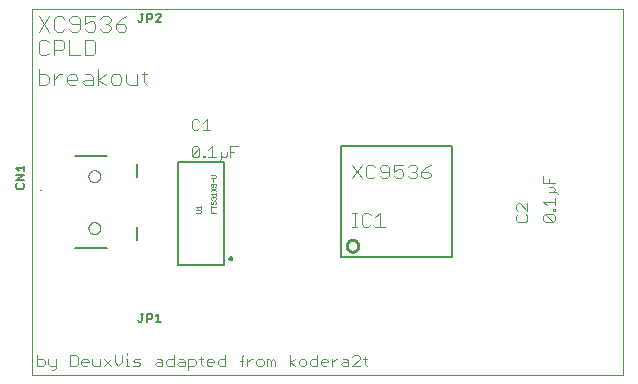
<source format=gto>
G75*
%MOIN*%
%OFA0B0*%
%FSLAX25Y25*%
%IPPOS*%
%LPD*%
%AMOC8*
5,1,8,0,0,1.08239X$1,22.5*
%
%ADD10C,0.00000*%
%ADD11C,0.00400*%
%ADD12C,0.00300*%
%ADD13C,0.00800*%
%ADD14C,0.00600*%
%ADD15C,0.01000*%
%ADD16C,0.00100*%
D10*
X0008616Y0001000D02*
X0008616Y0123047D01*
X0205467Y0123047D01*
X0205467Y0001000D01*
X0008616Y0001000D01*
X0027405Y0049907D02*
X0027407Y0049995D01*
X0027413Y0050083D01*
X0027423Y0050171D01*
X0027437Y0050259D01*
X0027454Y0050345D01*
X0027476Y0050431D01*
X0027501Y0050515D01*
X0027531Y0050599D01*
X0027563Y0050681D01*
X0027600Y0050761D01*
X0027640Y0050840D01*
X0027684Y0050917D01*
X0027731Y0050992D01*
X0027781Y0051064D01*
X0027835Y0051135D01*
X0027891Y0051202D01*
X0027951Y0051268D01*
X0028013Y0051330D01*
X0028079Y0051390D01*
X0028146Y0051446D01*
X0028217Y0051500D01*
X0028289Y0051550D01*
X0028364Y0051597D01*
X0028441Y0051641D01*
X0028520Y0051681D01*
X0028600Y0051718D01*
X0028682Y0051750D01*
X0028766Y0051780D01*
X0028850Y0051805D01*
X0028936Y0051827D01*
X0029022Y0051844D01*
X0029110Y0051858D01*
X0029198Y0051868D01*
X0029286Y0051874D01*
X0029374Y0051876D01*
X0029462Y0051874D01*
X0029550Y0051868D01*
X0029638Y0051858D01*
X0029726Y0051844D01*
X0029812Y0051827D01*
X0029898Y0051805D01*
X0029982Y0051780D01*
X0030066Y0051750D01*
X0030148Y0051718D01*
X0030228Y0051681D01*
X0030307Y0051641D01*
X0030384Y0051597D01*
X0030459Y0051550D01*
X0030531Y0051500D01*
X0030602Y0051446D01*
X0030669Y0051390D01*
X0030735Y0051330D01*
X0030797Y0051268D01*
X0030857Y0051202D01*
X0030913Y0051135D01*
X0030967Y0051064D01*
X0031017Y0050992D01*
X0031064Y0050917D01*
X0031108Y0050840D01*
X0031148Y0050761D01*
X0031185Y0050681D01*
X0031217Y0050599D01*
X0031247Y0050515D01*
X0031272Y0050431D01*
X0031294Y0050345D01*
X0031311Y0050259D01*
X0031325Y0050171D01*
X0031335Y0050083D01*
X0031341Y0049995D01*
X0031343Y0049907D01*
X0031341Y0049819D01*
X0031335Y0049731D01*
X0031325Y0049643D01*
X0031311Y0049555D01*
X0031294Y0049469D01*
X0031272Y0049383D01*
X0031247Y0049299D01*
X0031217Y0049215D01*
X0031185Y0049133D01*
X0031148Y0049053D01*
X0031108Y0048974D01*
X0031064Y0048897D01*
X0031017Y0048822D01*
X0030967Y0048750D01*
X0030913Y0048679D01*
X0030857Y0048612D01*
X0030797Y0048546D01*
X0030735Y0048484D01*
X0030669Y0048424D01*
X0030602Y0048368D01*
X0030531Y0048314D01*
X0030459Y0048264D01*
X0030384Y0048217D01*
X0030307Y0048173D01*
X0030228Y0048133D01*
X0030148Y0048096D01*
X0030066Y0048064D01*
X0029982Y0048034D01*
X0029898Y0048009D01*
X0029812Y0047987D01*
X0029726Y0047970D01*
X0029638Y0047956D01*
X0029550Y0047946D01*
X0029462Y0047940D01*
X0029374Y0047938D01*
X0029286Y0047940D01*
X0029198Y0047946D01*
X0029110Y0047956D01*
X0029022Y0047970D01*
X0028936Y0047987D01*
X0028850Y0048009D01*
X0028766Y0048034D01*
X0028682Y0048064D01*
X0028600Y0048096D01*
X0028520Y0048133D01*
X0028441Y0048173D01*
X0028364Y0048217D01*
X0028289Y0048264D01*
X0028217Y0048314D01*
X0028146Y0048368D01*
X0028079Y0048424D01*
X0028013Y0048484D01*
X0027951Y0048546D01*
X0027891Y0048612D01*
X0027835Y0048679D01*
X0027781Y0048750D01*
X0027731Y0048822D01*
X0027684Y0048897D01*
X0027640Y0048974D01*
X0027600Y0049053D01*
X0027563Y0049133D01*
X0027531Y0049215D01*
X0027501Y0049299D01*
X0027476Y0049383D01*
X0027454Y0049469D01*
X0027437Y0049555D01*
X0027423Y0049643D01*
X0027413Y0049731D01*
X0027407Y0049819D01*
X0027405Y0049907D01*
X0027405Y0067230D02*
X0027407Y0067318D01*
X0027413Y0067406D01*
X0027423Y0067494D01*
X0027437Y0067582D01*
X0027454Y0067668D01*
X0027476Y0067754D01*
X0027501Y0067838D01*
X0027531Y0067922D01*
X0027563Y0068004D01*
X0027600Y0068084D01*
X0027640Y0068163D01*
X0027684Y0068240D01*
X0027731Y0068315D01*
X0027781Y0068387D01*
X0027835Y0068458D01*
X0027891Y0068525D01*
X0027951Y0068591D01*
X0028013Y0068653D01*
X0028079Y0068713D01*
X0028146Y0068769D01*
X0028217Y0068823D01*
X0028289Y0068873D01*
X0028364Y0068920D01*
X0028441Y0068964D01*
X0028520Y0069004D01*
X0028600Y0069041D01*
X0028682Y0069073D01*
X0028766Y0069103D01*
X0028850Y0069128D01*
X0028936Y0069150D01*
X0029022Y0069167D01*
X0029110Y0069181D01*
X0029198Y0069191D01*
X0029286Y0069197D01*
X0029374Y0069199D01*
X0029462Y0069197D01*
X0029550Y0069191D01*
X0029638Y0069181D01*
X0029726Y0069167D01*
X0029812Y0069150D01*
X0029898Y0069128D01*
X0029982Y0069103D01*
X0030066Y0069073D01*
X0030148Y0069041D01*
X0030228Y0069004D01*
X0030307Y0068964D01*
X0030384Y0068920D01*
X0030459Y0068873D01*
X0030531Y0068823D01*
X0030602Y0068769D01*
X0030669Y0068713D01*
X0030735Y0068653D01*
X0030797Y0068591D01*
X0030857Y0068525D01*
X0030913Y0068458D01*
X0030967Y0068387D01*
X0031017Y0068315D01*
X0031064Y0068240D01*
X0031108Y0068163D01*
X0031148Y0068084D01*
X0031185Y0068004D01*
X0031217Y0067922D01*
X0031247Y0067838D01*
X0031272Y0067754D01*
X0031294Y0067668D01*
X0031311Y0067582D01*
X0031325Y0067494D01*
X0031335Y0067406D01*
X0031341Y0067318D01*
X0031343Y0067230D01*
X0031341Y0067142D01*
X0031335Y0067054D01*
X0031325Y0066966D01*
X0031311Y0066878D01*
X0031294Y0066792D01*
X0031272Y0066706D01*
X0031247Y0066622D01*
X0031217Y0066538D01*
X0031185Y0066456D01*
X0031148Y0066376D01*
X0031108Y0066297D01*
X0031064Y0066220D01*
X0031017Y0066145D01*
X0030967Y0066073D01*
X0030913Y0066002D01*
X0030857Y0065935D01*
X0030797Y0065869D01*
X0030735Y0065807D01*
X0030669Y0065747D01*
X0030602Y0065691D01*
X0030531Y0065637D01*
X0030459Y0065587D01*
X0030384Y0065540D01*
X0030307Y0065496D01*
X0030228Y0065456D01*
X0030148Y0065419D01*
X0030066Y0065387D01*
X0029982Y0065357D01*
X0029898Y0065332D01*
X0029812Y0065310D01*
X0029726Y0065293D01*
X0029638Y0065279D01*
X0029550Y0065269D01*
X0029462Y0065263D01*
X0029374Y0065261D01*
X0029286Y0065263D01*
X0029198Y0065269D01*
X0029110Y0065279D01*
X0029022Y0065293D01*
X0028936Y0065310D01*
X0028850Y0065332D01*
X0028766Y0065357D01*
X0028682Y0065387D01*
X0028600Y0065419D01*
X0028520Y0065456D01*
X0028441Y0065496D01*
X0028364Y0065540D01*
X0028289Y0065587D01*
X0028217Y0065637D01*
X0028146Y0065691D01*
X0028079Y0065747D01*
X0028013Y0065807D01*
X0027951Y0065869D01*
X0027891Y0065935D01*
X0027835Y0066002D01*
X0027781Y0066073D01*
X0027731Y0066145D01*
X0027684Y0066220D01*
X0027640Y0066297D01*
X0027600Y0066376D01*
X0027563Y0066456D01*
X0027531Y0066538D01*
X0027501Y0066622D01*
X0027476Y0066706D01*
X0027454Y0066792D01*
X0027437Y0066878D01*
X0027423Y0066966D01*
X0027413Y0067054D01*
X0027407Y0067142D01*
X0027405Y0067230D01*
D11*
X0026262Y0097657D02*
X0025394Y0098524D01*
X0026262Y0099391D01*
X0028864Y0099391D01*
X0028864Y0100259D02*
X0028864Y0097657D01*
X0026262Y0097657D01*
X0022840Y0097657D02*
X0021105Y0097657D01*
X0020238Y0098524D01*
X0020238Y0100259D01*
X0021105Y0101126D01*
X0022840Y0101126D01*
X0023708Y0100259D01*
X0023708Y0099391D01*
X0020238Y0099391D01*
X0018543Y0101126D02*
X0017676Y0101126D01*
X0015941Y0099391D01*
X0015941Y0097657D02*
X0015941Y0101126D01*
X0014254Y0100259D02*
X0013387Y0101126D01*
X0010785Y0101126D01*
X0010785Y0102861D02*
X0010785Y0097657D01*
X0013387Y0097657D01*
X0014254Y0098524D01*
X0014254Y0100259D01*
X0013387Y0107499D02*
X0011652Y0107499D01*
X0010785Y0108367D01*
X0010785Y0111836D01*
X0011652Y0112704D01*
X0013387Y0112704D01*
X0014254Y0111836D01*
X0015941Y0112704D02*
X0018543Y0112704D01*
X0019411Y0111836D01*
X0019411Y0110101D01*
X0018543Y0109234D01*
X0015941Y0109234D01*
X0014254Y0108367D02*
X0013387Y0107499D01*
X0015941Y0107499D02*
X0015941Y0112704D01*
X0016808Y0115373D02*
X0015941Y0116241D01*
X0015941Y0119710D01*
X0016808Y0120578D01*
X0018543Y0120578D01*
X0019411Y0119710D01*
X0021097Y0119710D02*
X0021097Y0118843D01*
X0021965Y0117975D01*
X0024567Y0117975D01*
X0026254Y0117975D02*
X0027989Y0118843D01*
X0028856Y0118843D01*
X0029723Y0117975D01*
X0029723Y0116241D01*
X0028856Y0115373D01*
X0027121Y0115373D01*
X0026254Y0116241D01*
X0024567Y0116241D02*
X0024567Y0119710D01*
X0023700Y0120578D01*
X0021965Y0120578D01*
X0021097Y0119710D01*
X0026254Y0120578D02*
X0026254Y0117975D01*
X0024567Y0116241D02*
X0023700Y0115373D01*
X0021965Y0115373D01*
X0021097Y0116241D01*
X0019411Y0116241D02*
X0018543Y0115373D01*
X0016808Y0115373D01*
X0014254Y0115373D02*
X0010785Y0120578D01*
X0014254Y0120578D02*
X0010785Y0115373D01*
X0021097Y0112704D02*
X0021097Y0107499D01*
X0024567Y0107499D01*
X0026254Y0107499D02*
X0028856Y0107499D01*
X0029723Y0108367D01*
X0029723Y0111836D01*
X0028856Y0112704D01*
X0026254Y0112704D01*
X0026254Y0107499D01*
X0030551Y0102861D02*
X0030551Y0097657D01*
X0030551Y0099391D02*
X0033153Y0101126D01*
X0034848Y0100259D02*
X0034848Y0098524D01*
X0035715Y0097657D01*
X0037450Y0097657D01*
X0038317Y0098524D01*
X0038317Y0100259D01*
X0037450Y0101126D01*
X0035715Y0101126D01*
X0034848Y0100259D01*
X0033153Y0097657D02*
X0030551Y0099391D01*
X0028864Y0100259D02*
X0027997Y0101126D01*
X0026262Y0101126D01*
X0040004Y0101126D02*
X0040004Y0098524D01*
X0040872Y0097657D01*
X0043474Y0097657D01*
X0043474Y0101126D01*
X0045161Y0101126D02*
X0046895Y0101126D01*
X0046028Y0101994D02*
X0046028Y0098524D01*
X0046895Y0097657D01*
X0039169Y0115373D02*
X0040036Y0116241D01*
X0040036Y0117108D01*
X0039169Y0117975D01*
X0036567Y0117975D01*
X0036567Y0116241D01*
X0037434Y0115373D01*
X0039169Y0115373D01*
X0036567Y0117975D02*
X0038301Y0119710D01*
X0040036Y0120578D01*
X0034880Y0119710D02*
X0034880Y0118843D01*
X0034012Y0117975D01*
X0034880Y0117108D01*
X0034880Y0116241D01*
X0034012Y0115373D01*
X0032278Y0115373D01*
X0031410Y0116241D01*
X0033145Y0117975D02*
X0034012Y0117975D01*
X0034880Y0119710D02*
X0034012Y0120578D01*
X0032278Y0120578D01*
X0031410Y0119710D01*
X0029723Y0120578D02*
X0026254Y0120578D01*
X0115391Y0071060D02*
X0118460Y0066456D01*
X0119995Y0067223D02*
X0120762Y0066456D01*
X0122297Y0066456D01*
X0123064Y0067223D01*
X0124599Y0067223D02*
X0125366Y0066456D01*
X0126901Y0066456D01*
X0127668Y0067223D01*
X0127668Y0070293D01*
X0126901Y0071060D01*
X0125366Y0071060D01*
X0124599Y0070293D01*
X0124599Y0069525D01*
X0125366Y0068758D01*
X0127668Y0068758D01*
X0129203Y0068758D02*
X0130737Y0069525D01*
X0131505Y0069525D01*
X0132272Y0068758D01*
X0132272Y0067223D01*
X0131505Y0066456D01*
X0129970Y0066456D01*
X0129203Y0067223D01*
X0129203Y0068758D02*
X0129203Y0071060D01*
X0132272Y0071060D01*
X0133807Y0070293D02*
X0134574Y0071060D01*
X0136109Y0071060D01*
X0136876Y0070293D01*
X0136876Y0069525D01*
X0136109Y0068758D01*
X0136876Y0067991D01*
X0136876Y0067223D01*
X0136109Y0066456D01*
X0134574Y0066456D01*
X0133807Y0067223D01*
X0135341Y0068758D02*
X0136109Y0068758D01*
X0138411Y0068758D02*
X0138411Y0067223D01*
X0139178Y0066456D01*
X0140713Y0066456D01*
X0141480Y0067223D01*
X0141480Y0067991D01*
X0140713Y0068758D01*
X0138411Y0068758D01*
X0139945Y0070293D01*
X0141480Y0071060D01*
X0123064Y0070293D02*
X0122297Y0071060D01*
X0120762Y0071060D01*
X0119995Y0070293D01*
X0119995Y0067223D01*
X0118460Y0071060D02*
X0115391Y0066456D01*
X0115391Y0054997D02*
X0116926Y0054997D01*
X0116158Y0054997D02*
X0116158Y0050393D01*
X0115391Y0050393D02*
X0116926Y0050393D01*
X0118460Y0051160D02*
X0119228Y0050393D01*
X0120762Y0050393D01*
X0121530Y0051160D01*
X0123064Y0050393D02*
X0126133Y0050393D01*
X0124599Y0050393D02*
X0124599Y0054997D01*
X0123064Y0053462D01*
X0121530Y0054230D02*
X0120762Y0054997D01*
X0119228Y0054997D01*
X0118460Y0054230D01*
X0118460Y0051160D01*
D12*
X0077236Y0077176D02*
X0074767Y0077176D01*
X0074767Y0073473D01*
X0073553Y0074090D02*
X0073553Y0075324D01*
X0074767Y0075324D02*
X0076002Y0075324D01*
X0073553Y0074090D02*
X0072936Y0073473D01*
X0072319Y0073473D01*
X0071701Y0074090D01*
X0071701Y0072856D01*
X0071084Y0072238D01*
X0069870Y0073473D02*
X0067401Y0073473D01*
X0066177Y0073473D02*
X0065560Y0073473D01*
X0065560Y0074090D01*
X0066177Y0074090D01*
X0066177Y0073473D01*
X0064345Y0074090D02*
X0063728Y0073473D01*
X0062494Y0073473D01*
X0061876Y0074090D01*
X0064345Y0076559D01*
X0064345Y0074090D01*
X0061876Y0074090D02*
X0061876Y0076559D01*
X0062494Y0077176D01*
X0063728Y0077176D01*
X0064345Y0076559D01*
X0067401Y0075942D02*
X0068635Y0077176D01*
X0068635Y0073473D01*
X0071701Y0074090D02*
X0071701Y0075324D01*
X0068028Y0082528D02*
X0065560Y0082528D01*
X0066794Y0082528D02*
X0066794Y0086231D01*
X0065560Y0084997D01*
X0064345Y0085614D02*
X0063728Y0086231D01*
X0062494Y0086231D01*
X0061876Y0085614D01*
X0061876Y0083145D01*
X0062494Y0082528D01*
X0063728Y0082528D01*
X0064345Y0083145D01*
X0170029Y0057541D02*
X0170029Y0056307D01*
X0170646Y0055689D01*
X0170646Y0054475D02*
X0170029Y0053858D01*
X0170029Y0052623D01*
X0170646Y0052006D01*
X0173115Y0052006D01*
X0173732Y0052623D01*
X0173732Y0053858D01*
X0173115Y0054475D01*
X0173732Y0055689D02*
X0171263Y0058158D01*
X0170646Y0058158D01*
X0170029Y0057541D01*
X0173732Y0058158D02*
X0173732Y0055689D01*
X0179084Y0053858D02*
X0179084Y0052623D01*
X0179701Y0052006D01*
X0182170Y0052006D01*
X0179701Y0054475D01*
X0182170Y0054475D01*
X0182787Y0053858D01*
X0182787Y0052623D01*
X0182170Y0052006D01*
X0179701Y0054475D02*
X0179084Y0053858D01*
X0182170Y0055689D02*
X0182170Y0056307D01*
X0182787Y0056307D01*
X0182787Y0055689D01*
X0182170Y0055689D01*
X0182787Y0057531D02*
X0182787Y0060000D01*
X0182787Y0058765D02*
X0179084Y0058765D01*
X0180318Y0057531D01*
X0180935Y0061831D02*
X0182170Y0061831D01*
X0183404Y0061831D01*
X0184021Y0061214D01*
X0182787Y0062449D02*
X0182787Y0063066D01*
X0182170Y0063683D01*
X0180935Y0063683D01*
X0180935Y0064897D02*
X0180935Y0066132D01*
X0179084Y0067366D02*
X0179084Y0064897D01*
X0182787Y0064897D01*
X0182787Y0062449D02*
X0182170Y0061831D01*
X0117779Y0006992D02*
X0117162Y0007609D01*
X0115928Y0007609D01*
X0115311Y0006992D01*
X0114096Y0005757D02*
X0114096Y0003906D01*
X0112245Y0003906D01*
X0111627Y0004523D01*
X0112245Y0005140D01*
X0114096Y0005140D01*
X0114096Y0005757D02*
X0113479Y0006375D01*
X0112245Y0006375D01*
X0110410Y0006375D02*
X0109792Y0006375D01*
X0108558Y0005140D01*
X0107344Y0005140D02*
X0104875Y0005140D01*
X0104875Y0004523D02*
X0104875Y0005757D01*
X0105492Y0006375D01*
X0106727Y0006375D01*
X0107344Y0005757D01*
X0107344Y0005140D01*
X0106727Y0003906D02*
X0105492Y0003906D01*
X0104875Y0004523D01*
X0103661Y0003906D02*
X0101809Y0003906D01*
X0101192Y0004523D01*
X0101192Y0005757D01*
X0101809Y0006375D01*
X0103661Y0006375D01*
X0103661Y0007609D02*
X0103661Y0003906D01*
X0099977Y0004523D02*
X0099977Y0005757D01*
X0099360Y0006375D01*
X0098126Y0006375D01*
X0097509Y0005757D01*
X0097509Y0004523D01*
X0098126Y0003906D01*
X0099360Y0003906D01*
X0099977Y0004523D01*
X0096291Y0003906D02*
X0094439Y0005140D01*
X0096291Y0006375D01*
X0094439Y0007609D02*
X0094439Y0003906D01*
X0089542Y0003906D02*
X0089542Y0005757D01*
X0088925Y0006375D01*
X0088307Y0005757D01*
X0088307Y0003906D01*
X0087073Y0003906D02*
X0087073Y0006375D01*
X0087690Y0006375D01*
X0088307Y0005757D01*
X0085859Y0005757D02*
X0085859Y0004523D01*
X0085242Y0003906D01*
X0084007Y0003906D01*
X0083390Y0004523D01*
X0083390Y0005757D01*
X0084007Y0006375D01*
X0085242Y0006375D01*
X0085859Y0005757D01*
X0082172Y0006375D02*
X0081555Y0006375D01*
X0080321Y0005140D01*
X0080321Y0003906D02*
X0080321Y0006375D01*
X0079100Y0005757D02*
X0077865Y0005757D01*
X0078482Y0006992D02*
X0078482Y0003906D01*
X0078482Y0006992D02*
X0079100Y0007609D01*
X0072968Y0007609D02*
X0072968Y0003906D01*
X0071116Y0003906D01*
X0070499Y0004523D01*
X0070499Y0005757D01*
X0071116Y0006375D01*
X0072968Y0006375D01*
X0069285Y0005757D02*
X0069285Y0005140D01*
X0066816Y0005140D01*
X0066816Y0004523D02*
X0066816Y0005757D01*
X0067433Y0006375D01*
X0068667Y0006375D01*
X0069285Y0005757D01*
X0068667Y0003906D02*
X0067433Y0003906D01*
X0066816Y0004523D01*
X0065595Y0003906D02*
X0064978Y0004523D01*
X0064978Y0006992D01*
X0065595Y0006375D02*
X0064360Y0006375D01*
X0063146Y0005757D02*
X0063146Y0004523D01*
X0062529Y0003906D01*
X0060677Y0003906D01*
X0059463Y0003906D02*
X0059463Y0005757D01*
X0058846Y0006375D01*
X0057611Y0006375D01*
X0057611Y0005140D02*
X0059463Y0005140D01*
X0059463Y0003906D02*
X0057611Y0003906D01*
X0056994Y0004523D01*
X0057611Y0005140D01*
X0055780Y0003906D02*
X0053928Y0003906D01*
X0053311Y0004523D01*
X0053311Y0005757D01*
X0053928Y0006375D01*
X0055780Y0006375D01*
X0055780Y0007609D02*
X0055780Y0003906D01*
X0052097Y0003906D02*
X0050245Y0003906D01*
X0049628Y0004523D01*
X0050245Y0005140D01*
X0052097Y0005140D01*
X0052097Y0005757D02*
X0052097Y0003906D01*
X0052097Y0005757D02*
X0051479Y0006375D01*
X0050245Y0006375D01*
X0044730Y0006375D02*
X0042879Y0006375D01*
X0042262Y0005757D01*
X0042879Y0005140D01*
X0044113Y0005140D01*
X0044730Y0004523D01*
X0044113Y0003906D01*
X0042262Y0003906D01*
X0041040Y0003906D02*
X0039806Y0003906D01*
X0040423Y0003906D02*
X0040423Y0006375D01*
X0039806Y0006375D01*
X0040423Y0007609D02*
X0040423Y0008226D01*
X0038592Y0007609D02*
X0038592Y0005140D01*
X0037357Y0003906D01*
X0036123Y0005140D01*
X0036123Y0007609D01*
X0034909Y0006375D02*
X0032440Y0003906D01*
X0031225Y0003906D02*
X0031225Y0006375D01*
X0032440Y0006375D02*
X0034909Y0003906D01*
X0031225Y0003906D02*
X0029374Y0003906D01*
X0028757Y0004523D01*
X0028757Y0006375D01*
X0027542Y0005757D02*
X0026925Y0006375D01*
X0025691Y0006375D01*
X0025074Y0005757D01*
X0025074Y0004523D01*
X0025691Y0003906D01*
X0026925Y0003906D01*
X0027542Y0005140D02*
X0025074Y0005140D01*
X0023859Y0004523D02*
X0023859Y0006992D01*
X0023242Y0007609D01*
X0021390Y0007609D01*
X0021390Y0003906D01*
X0023242Y0003906D01*
X0023859Y0004523D01*
X0027542Y0005140D02*
X0027542Y0005757D01*
X0016493Y0006375D02*
X0016493Y0003289D01*
X0015876Y0002672D01*
X0015258Y0002672D01*
X0014641Y0003906D02*
X0014024Y0004523D01*
X0014024Y0006375D01*
X0012810Y0005757D02*
X0012193Y0006375D01*
X0010341Y0006375D01*
X0010341Y0007609D02*
X0010341Y0003906D01*
X0012193Y0003906D01*
X0012810Y0004523D01*
X0012810Y0005757D01*
X0014641Y0003906D02*
X0016493Y0003906D01*
X0060677Y0002672D02*
X0060677Y0006375D01*
X0062529Y0006375D01*
X0063146Y0005757D01*
X0108558Y0006375D02*
X0108558Y0003906D01*
X0115311Y0003906D02*
X0117779Y0006375D01*
X0117779Y0006992D01*
X0118994Y0006375D02*
X0120228Y0006375D01*
X0119611Y0006992D02*
X0119611Y0004523D01*
X0120228Y0003906D01*
X0117779Y0003906D02*
X0115311Y0003906D01*
D13*
X0072576Y0037769D02*
X0057176Y0037769D01*
X0057176Y0071869D01*
X0072576Y0071869D01*
X0072576Y0037769D01*
X0074366Y0039819D02*
X0074368Y0039864D01*
X0074374Y0039909D01*
X0074384Y0039953D01*
X0074398Y0039996D01*
X0074415Y0040037D01*
X0074436Y0040077D01*
X0074461Y0040115D01*
X0074489Y0040151D01*
X0074519Y0040184D01*
X0074553Y0040214D01*
X0074589Y0040241D01*
X0074628Y0040264D01*
X0074668Y0040285D01*
X0074710Y0040301D01*
X0074753Y0040314D01*
X0074797Y0040323D01*
X0074842Y0040328D01*
X0074887Y0040329D01*
X0074932Y0040326D01*
X0074977Y0040319D01*
X0075021Y0040308D01*
X0075063Y0040293D01*
X0075105Y0040275D01*
X0075144Y0040253D01*
X0075181Y0040228D01*
X0075216Y0040199D01*
X0075248Y0040167D01*
X0075278Y0040133D01*
X0075304Y0040096D01*
X0075327Y0040058D01*
X0075346Y0040017D01*
X0075362Y0039974D01*
X0075374Y0039931D01*
X0075382Y0039887D01*
X0075386Y0039842D01*
X0075386Y0039796D01*
X0075382Y0039751D01*
X0075374Y0039707D01*
X0075362Y0039664D01*
X0075346Y0039621D01*
X0075327Y0039580D01*
X0075304Y0039542D01*
X0075278Y0039505D01*
X0075248Y0039471D01*
X0075216Y0039439D01*
X0075181Y0039410D01*
X0075144Y0039385D01*
X0075105Y0039363D01*
X0075063Y0039345D01*
X0075021Y0039330D01*
X0074977Y0039319D01*
X0074932Y0039312D01*
X0074887Y0039309D01*
X0074842Y0039310D01*
X0074797Y0039315D01*
X0074753Y0039324D01*
X0074710Y0039337D01*
X0074668Y0039353D01*
X0074628Y0039374D01*
X0074589Y0039397D01*
X0074553Y0039424D01*
X0074519Y0039454D01*
X0074489Y0039487D01*
X0074461Y0039523D01*
X0074436Y0039561D01*
X0074415Y0039601D01*
X0074398Y0039642D01*
X0074384Y0039685D01*
X0074374Y0039729D01*
X0074368Y0039774D01*
X0074366Y0039819D01*
X0043547Y0045970D02*
X0043547Y0050301D01*
X0033705Y0043215D02*
X0023075Y0043215D01*
X0011633Y0062656D02*
X0011633Y0062657D01*
X0023075Y0073923D02*
X0033705Y0073923D01*
X0043547Y0071167D02*
X0043547Y0066837D01*
X0111608Y0077299D02*
X0111608Y0040213D01*
X0148734Y0040213D01*
X0148734Y0077299D01*
X0111608Y0077299D01*
D14*
X0051569Y0118756D02*
X0049834Y0118756D01*
X0051569Y0120491D01*
X0051569Y0120924D01*
X0051135Y0121358D01*
X0050268Y0121358D01*
X0049834Y0120924D01*
X0048622Y0120924D02*
X0048622Y0120057D01*
X0048189Y0119623D01*
X0046887Y0119623D01*
X0046887Y0118756D02*
X0046887Y0121358D01*
X0048189Y0121358D01*
X0048622Y0120924D01*
X0045676Y0121358D02*
X0044808Y0121358D01*
X0045242Y0121358D02*
X0045242Y0119190D01*
X0044808Y0118756D01*
X0044375Y0118756D01*
X0043941Y0119190D01*
X0005900Y0070689D02*
X0005900Y0068954D01*
X0005900Y0069821D02*
X0003298Y0069821D01*
X0004165Y0068954D01*
X0003298Y0067742D02*
X0005900Y0067742D01*
X0003298Y0066007D01*
X0005900Y0066007D01*
X0005466Y0064796D02*
X0005900Y0064362D01*
X0005900Y0063495D01*
X0005466Y0063061D01*
X0003731Y0063061D01*
X0003298Y0063495D01*
X0003298Y0064362D01*
X0003731Y0064796D01*
X0044808Y0021358D02*
X0045676Y0021358D01*
X0045242Y0021358D02*
X0045242Y0019190D01*
X0044808Y0018756D01*
X0044375Y0018756D01*
X0043941Y0019190D01*
X0046887Y0019623D02*
X0048189Y0019623D01*
X0048622Y0020057D01*
X0048622Y0020924D01*
X0048189Y0021358D01*
X0046887Y0021358D01*
X0046887Y0018756D01*
X0049834Y0018756D02*
X0051569Y0018756D01*
X0050701Y0018756D02*
X0050701Y0021358D01*
X0049834Y0020491D01*
D15*
X0113458Y0043992D02*
X0113460Y0044080D01*
X0113466Y0044168D01*
X0113476Y0044256D01*
X0113490Y0044344D01*
X0113507Y0044430D01*
X0113529Y0044516D01*
X0113554Y0044600D01*
X0113584Y0044684D01*
X0113616Y0044766D01*
X0113653Y0044846D01*
X0113693Y0044925D01*
X0113737Y0045002D01*
X0113784Y0045077D01*
X0113834Y0045149D01*
X0113888Y0045220D01*
X0113944Y0045287D01*
X0114004Y0045353D01*
X0114066Y0045415D01*
X0114132Y0045475D01*
X0114199Y0045531D01*
X0114270Y0045585D01*
X0114342Y0045635D01*
X0114417Y0045682D01*
X0114494Y0045726D01*
X0114573Y0045766D01*
X0114653Y0045803D01*
X0114735Y0045835D01*
X0114819Y0045865D01*
X0114903Y0045890D01*
X0114989Y0045912D01*
X0115075Y0045929D01*
X0115163Y0045943D01*
X0115251Y0045953D01*
X0115339Y0045959D01*
X0115427Y0045961D01*
X0115515Y0045959D01*
X0115603Y0045953D01*
X0115691Y0045943D01*
X0115779Y0045929D01*
X0115865Y0045912D01*
X0115951Y0045890D01*
X0116035Y0045865D01*
X0116119Y0045835D01*
X0116201Y0045803D01*
X0116281Y0045766D01*
X0116360Y0045726D01*
X0116437Y0045682D01*
X0116512Y0045635D01*
X0116584Y0045585D01*
X0116655Y0045531D01*
X0116722Y0045475D01*
X0116788Y0045415D01*
X0116850Y0045353D01*
X0116910Y0045287D01*
X0116966Y0045220D01*
X0117020Y0045149D01*
X0117070Y0045077D01*
X0117117Y0045002D01*
X0117161Y0044925D01*
X0117201Y0044846D01*
X0117238Y0044766D01*
X0117270Y0044684D01*
X0117300Y0044600D01*
X0117325Y0044516D01*
X0117347Y0044430D01*
X0117364Y0044344D01*
X0117378Y0044256D01*
X0117388Y0044168D01*
X0117394Y0044080D01*
X0117396Y0043992D01*
X0117394Y0043904D01*
X0117388Y0043816D01*
X0117378Y0043728D01*
X0117364Y0043640D01*
X0117347Y0043554D01*
X0117325Y0043468D01*
X0117300Y0043384D01*
X0117270Y0043300D01*
X0117238Y0043218D01*
X0117201Y0043138D01*
X0117161Y0043059D01*
X0117117Y0042982D01*
X0117070Y0042907D01*
X0117020Y0042835D01*
X0116966Y0042764D01*
X0116910Y0042697D01*
X0116850Y0042631D01*
X0116788Y0042569D01*
X0116722Y0042509D01*
X0116655Y0042453D01*
X0116584Y0042399D01*
X0116512Y0042349D01*
X0116437Y0042302D01*
X0116360Y0042258D01*
X0116281Y0042218D01*
X0116201Y0042181D01*
X0116119Y0042149D01*
X0116035Y0042119D01*
X0115951Y0042094D01*
X0115865Y0042072D01*
X0115779Y0042055D01*
X0115691Y0042041D01*
X0115603Y0042031D01*
X0115515Y0042025D01*
X0115427Y0042023D01*
X0115339Y0042025D01*
X0115251Y0042031D01*
X0115163Y0042041D01*
X0115075Y0042055D01*
X0114989Y0042072D01*
X0114903Y0042094D01*
X0114819Y0042119D01*
X0114735Y0042149D01*
X0114653Y0042181D01*
X0114573Y0042218D01*
X0114494Y0042258D01*
X0114417Y0042302D01*
X0114342Y0042349D01*
X0114270Y0042399D01*
X0114199Y0042453D01*
X0114132Y0042509D01*
X0114066Y0042569D01*
X0114004Y0042631D01*
X0113944Y0042697D01*
X0113888Y0042764D01*
X0113834Y0042835D01*
X0113784Y0042907D01*
X0113737Y0042982D01*
X0113693Y0043059D01*
X0113653Y0043138D01*
X0113616Y0043218D01*
X0113584Y0043300D01*
X0113554Y0043384D01*
X0113529Y0043468D01*
X0113507Y0043554D01*
X0113490Y0043640D01*
X0113476Y0043728D01*
X0113466Y0043816D01*
X0113460Y0043904D01*
X0113458Y0043992D01*
D16*
X0069826Y0054869D02*
X0068325Y0054869D01*
X0068325Y0055870D01*
X0068325Y0056342D02*
X0068325Y0057343D01*
X0068325Y0056843D02*
X0069826Y0056843D01*
X0069576Y0057815D02*
X0069826Y0058066D01*
X0069826Y0058566D01*
X0069576Y0058816D01*
X0069326Y0058816D01*
X0069075Y0058566D01*
X0069075Y0058066D01*
X0068825Y0057815D01*
X0068575Y0057815D01*
X0068325Y0058066D01*
X0068325Y0058566D01*
X0068575Y0058816D01*
X0068575Y0059289D02*
X0068325Y0059539D01*
X0068325Y0060039D01*
X0068575Y0060290D01*
X0068825Y0060290D01*
X0069075Y0060039D01*
X0069326Y0060290D01*
X0069576Y0060290D01*
X0069826Y0060039D01*
X0069826Y0059539D01*
X0069576Y0059289D01*
X0069075Y0059789D02*
X0069075Y0060039D01*
X0068825Y0060762D02*
X0068325Y0061262D01*
X0069826Y0061262D01*
X0069826Y0060762D02*
X0069826Y0061763D01*
X0069826Y0062235D02*
X0068325Y0063236D01*
X0068575Y0063708D02*
X0068825Y0063708D01*
X0069075Y0063959D01*
X0069075Y0064459D01*
X0069326Y0064709D01*
X0069576Y0064709D01*
X0069826Y0064459D01*
X0069826Y0063959D01*
X0069576Y0063708D01*
X0069826Y0063236D02*
X0068325Y0062235D01*
X0068575Y0063708D02*
X0068325Y0063959D01*
X0068325Y0064459D01*
X0068575Y0064709D01*
X0069075Y0065182D02*
X0069075Y0066183D01*
X0069576Y0066655D02*
X0069826Y0066905D01*
X0069826Y0067406D01*
X0069576Y0067656D01*
X0068325Y0067656D01*
X0068325Y0066655D02*
X0069576Y0066655D01*
X0064826Y0057343D02*
X0064826Y0056342D01*
X0064826Y0056843D02*
X0063325Y0056843D01*
X0063825Y0056342D01*
X0063325Y0055870D02*
X0064576Y0055870D01*
X0064826Y0055620D01*
X0064826Y0055119D01*
X0064576Y0054869D01*
X0063325Y0054869D01*
X0069075Y0054869D02*
X0069075Y0055369D01*
M02*

</source>
